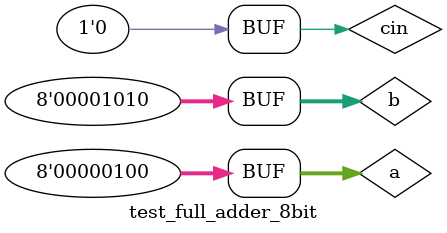
<source format=v>
`timescale 1ns / 1ps

`timescale 1 ns/10 ps  // time-unit = 1 ns, precision = 10 ps

module test_full_adder_8bit();
    reg [7:0] a, b;
    wire [7:0] s;
    wire cout;
    supply0 cin;
    
    full_adder_8bit UUT(.a(a), .b(b), .cin(cin), .cout(cout), .s(s));
    
    initial
        begin
            a = 8'd4;
            b = 8'd4;
            
            #10;
            
            b = 8'd10;
        end
endmodule

</source>
